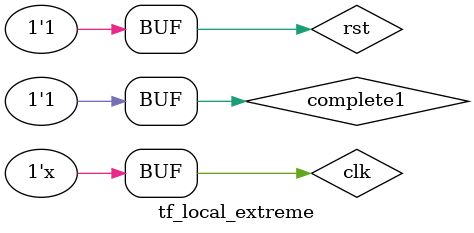
<source format=v>
`timescale 1ns / 1ps


module tf_local_extreme;

	// Inputs
	reg clk;
	reg rst;
	 reg signed [7:0] diff0;
	 reg signed [7:0] diff1;
	 reg signed [7:0] diff2;
     reg complete1;

	// Outputs
	wire signed  [7:0] max;
	wire signed  [7:0] min;
	wire dout;
	wire out_en;

	// Instantiate the Unit Under Test (UUT)
	local_extreme uut (
		.clk(clk), 
		.rst(rst), 
        .complete1(complete1),
		.diff0(diff0), 
		.diff1(diff1), 
		.diff2(diff2), 
		.max(max), 
		.min(min), 
		.dout(dout), 
		.out_en(out_en)
	);

	initial begin
		// Initialize Inputs
		clk = 0;
		rst = 0;
        complete1 = 1;
//		diff0 = 0;
//		diff1 = 0;
//		diff2 = 0;

		// Wait 100 ns for global reset to finish
		#100;
		rst=1;
        
		// Add stimulus here

	end
	
	always
	#5 clk=~clk;
	
	always@(posedge clk)
	begin
	if(!rst)
	begin
		diff0<=-100;
		diff1<=-50;
		diff2<=-30;
	end
	
	else
	begin
		if(diff0<100)
			diff0<=diff0+4;
		else
			diff0<=-100;
		
		if(diff1<100)
			diff1<=diff1+2;
		else
			diff1<=-50;
		
		if(diff2<100)
			diff2<=diff2+1;
		else
			diff2<=-30;
		
		
	end
	end
      
endmodule


</source>
